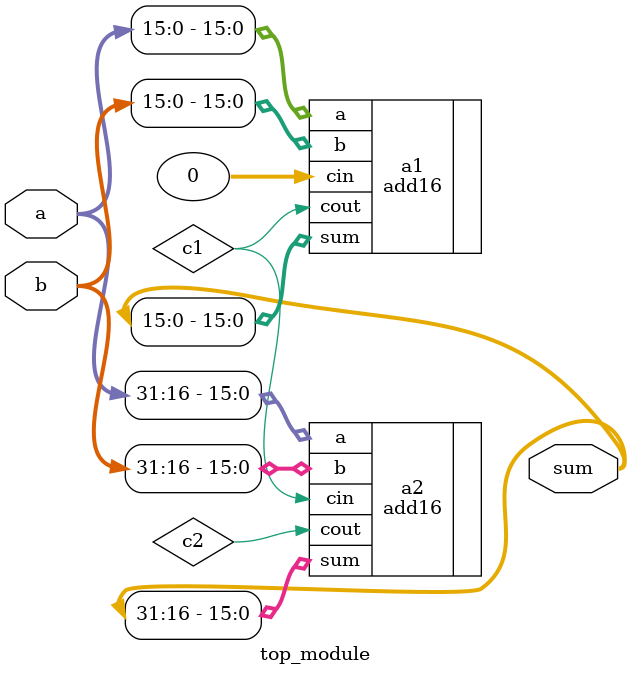
<source format=v>
module top_module(
    input [31:0] a,
    input [31:0] b,
    output [31:0] sum
);
    
    wire c1,c2; // c2 is not asked in the question
    
    add16 a1(.a(a[15:0]), .b(b[15:0]), .cin(0), .cout(c1), .sum(sum[15:0]));
    add16 a2(.a(a[31:16]), .b(b[31:16]), .cin(c1), .cout(c2), .sum(sum[31:16]));
    
endmodule

</source>
